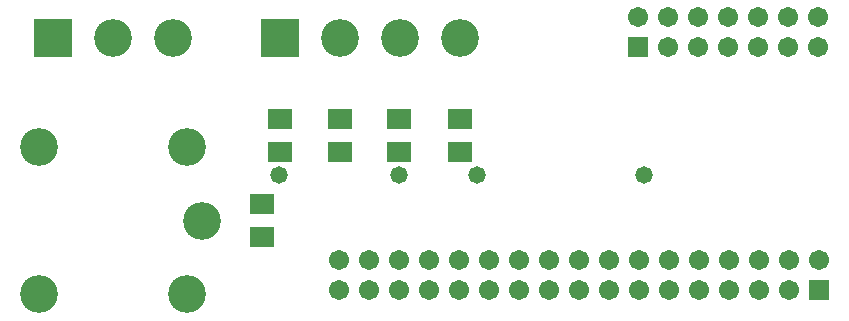
<source format=gts>
%FSLAX43Y43*%
%MOMM*%
G71*
G01*
G75*
%ADD10R,1.800X1.600*%
%ADD11C,0.500*%
%ADD12C,1.000*%
%ADD13C,2.000*%
%ADD14R,3.000X3.000*%
%ADD15C,3.000*%
%ADD16R,1.500X1.500*%
%ADD17C,1.500*%
%ADD18C,1.270*%
%ADD19C,0.400*%
%ADD20R,2.003X1.803*%
%ADD21R,3.203X3.203*%
%ADD22C,3.203*%
%ADD23R,1.703X1.703*%
%ADD24C,1.703*%
%ADD25C,1.473*%
D20*
X-47091Y7295D02*
D03*
Y4495D02*
D03*
X-45593Y11688D02*
D03*
Y14488D02*
D03*
X-40493Y11688D02*
D03*
Y14488D02*
D03*
X-35493Y11688D02*
D03*
Y14488D02*
D03*
X-30393Y11688D02*
D03*
Y14488D02*
D03*
D21*
X-64800Y21300D02*
D03*
X-45600D02*
D03*
D22*
X-59720D02*
D03*
X-54640D02*
D03*
X-30360D02*
D03*
X-40520D02*
D03*
X-35440D02*
D03*
X-53496Y-392D02*
D03*
X-65996D02*
D03*
Y12108D02*
D03*
X-52196Y5808D02*
D03*
X-53496Y12108D02*
D03*
D23*
X0Y0D02*
D03*
X-15300Y20540D02*
D03*
D24*
X0Y2540D02*
D03*
X-2540Y0D02*
D03*
Y2540D02*
D03*
X-5080Y0D02*
D03*
X-5080Y2540D02*
D03*
X-7620Y0D02*
D03*
Y2540D02*
D03*
X-10160Y0D02*
D03*
Y2540D02*
D03*
X-12700Y0D02*
D03*
Y2540D02*
D03*
X-15240Y0D02*
D03*
Y2540D02*
D03*
X-17780Y0D02*
D03*
Y2540D02*
D03*
X-20320Y0D02*
D03*
Y2540D02*
D03*
X-22860Y0D02*
D03*
Y2540D02*
D03*
X-25400Y0D02*
D03*
Y2540D02*
D03*
X-27940Y0D02*
D03*
X-27940Y2540D02*
D03*
X-30480Y0D02*
D03*
Y2540D02*
D03*
X-33020Y0D02*
D03*
Y2540D02*
D03*
X-35560Y0D02*
D03*
Y2540D02*
D03*
X-38100Y0D02*
D03*
Y2540D02*
D03*
X-40640Y0D02*
D03*
X-40640Y2540D02*
D03*
X-60Y23080D02*
D03*
Y20540D02*
D03*
X-2600Y23080D02*
D03*
Y20540D02*
D03*
X-5140Y23080D02*
D03*
Y20540D02*
D03*
X-7680Y23080D02*
D03*
Y20540D02*
D03*
X-10220Y23080D02*
D03*
X-10220Y20540D02*
D03*
X-12760Y23080D02*
D03*
Y20540D02*
D03*
X-15300Y23080D02*
D03*
D25*
X-35500Y9700D02*
D03*
X-45700D02*
D03*
X-28900D02*
D03*
X-14800D02*
D03*
M02*

</source>
